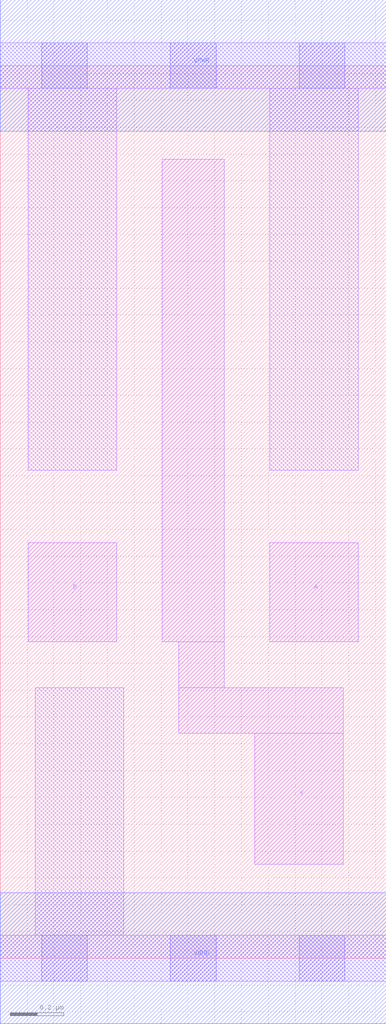
<source format=lef>
# Copyright 2020 The SkyWater PDK Authors
#
# Licensed under the Apache License, Version 2.0 (the "License");
# you may not use this file except in compliance with the License.
# You may obtain a copy of the License at
#
#     https://www.apache.org/licenses/LICENSE-2.0
#
# Unless required by applicable law or agreed to in writing, software
# distributed under the License is distributed on an "AS IS" BASIS,
# WITHOUT WARRANTIES OR CONDITIONS OF ANY KIND, either express or implied.
# See the License for the specific language governing permissions and
# limitations under the License.
#
# SPDX-License-Identifier: Apache-2.0

VERSION 5.7 ;
  NOWIREEXTENSIONATPIN ON ;
  DIVIDERCHAR "/" ;
  BUSBITCHARS "[]" ;
UNITS
  DATABASE MICRONS 200 ;
END UNITS
MACRO sky130_fd_sc_ms__nand2_1
  CLASS CORE ;
  FOREIGN sky130_fd_sc_ms__nand2_1 ;
  ORIGIN  0.000000  0.000000 ;
  SIZE  1.440000 BY  3.330000 ;
  SYMMETRY X Y ;
  SITE unit ;
  PIN A
    ANTENNAGATEAREA  0.312600 ;
    DIRECTION INPUT ;
    USE SIGNAL ;
    PORT
      LAYER li1 ;
        RECT 1.005000 1.180000 1.335000 1.550000 ;
    END
  END A
  PIN B
    ANTENNAGATEAREA  0.312600 ;
    DIRECTION INPUT ;
    USE SIGNAL ;
    PORT
      LAYER li1 ;
        RECT 0.105000 1.180000 0.435000 1.550000 ;
    END
  END B
  PIN Y
    ANTENNADIFFAREA  0.513300 ;
    DIRECTION OUTPUT ;
    USE SIGNAL ;
    PORT
      LAYER li1 ;
        RECT 0.605000 1.180000 0.835000 2.980000 ;
        RECT 0.665000 0.840000 1.280000 1.010000 ;
        RECT 0.665000 1.010000 0.835000 1.180000 ;
        RECT 0.950000 0.350000 1.280000 0.840000 ;
    END
  END Y
  PIN VGND
    DIRECTION INOUT ;
    USE GROUND ;
    PORT
      LAYER met1 ;
        RECT 0.000000 -0.245000 1.440000 0.245000 ;
    END
  END VGND
  PIN VPWR
    DIRECTION INOUT ;
    USE POWER ;
    PORT
      LAYER met1 ;
        RECT 0.000000 3.085000 1.440000 3.575000 ;
    END
  END VPWR
  OBS
    LAYER li1 ;
      RECT 0.000000 -0.085000 1.440000 0.085000 ;
      RECT 0.000000  3.245000 1.440000 3.415000 ;
      RECT 0.105000  1.820000 0.435000 3.245000 ;
      RECT 0.130000  0.085000 0.460000 1.010000 ;
      RECT 1.005000  1.820000 1.335000 3.245000 ;
    LAYER mcon ;
      RECT 0.155000 -0.085000 0.325000 0.085000 ;
      RECT 0.155000  3.245000 0.325000 3.415000 ;
      RECT 0.635000 -0.085000 0.805000 0.085000 ;
      RECT 0.635000  3.245000 0.805000 3.415000 ;
      RECT 1.115000 -0.085000 1.285000 0.085000 ;
      RECT 1.115000  3.245000 1.285000 3.415000 ;
  END
END sky130_fd_sc_ms__nand2_1
END LIBRARY

</source>
